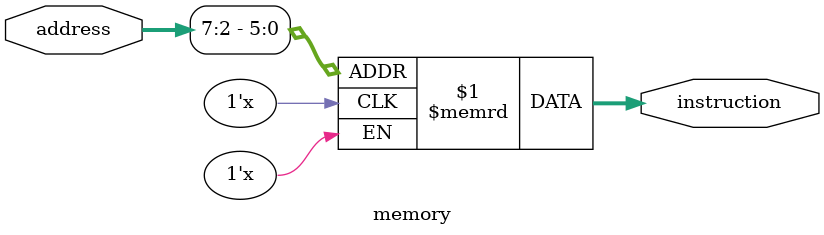
<source format=v>
module memory (
    input [31:0] address,
    output [31:0] instruction
);
    reg [31:0] memory [0:255];
    assign instruction = memory[address[7:2]];
endmodule

</source>
